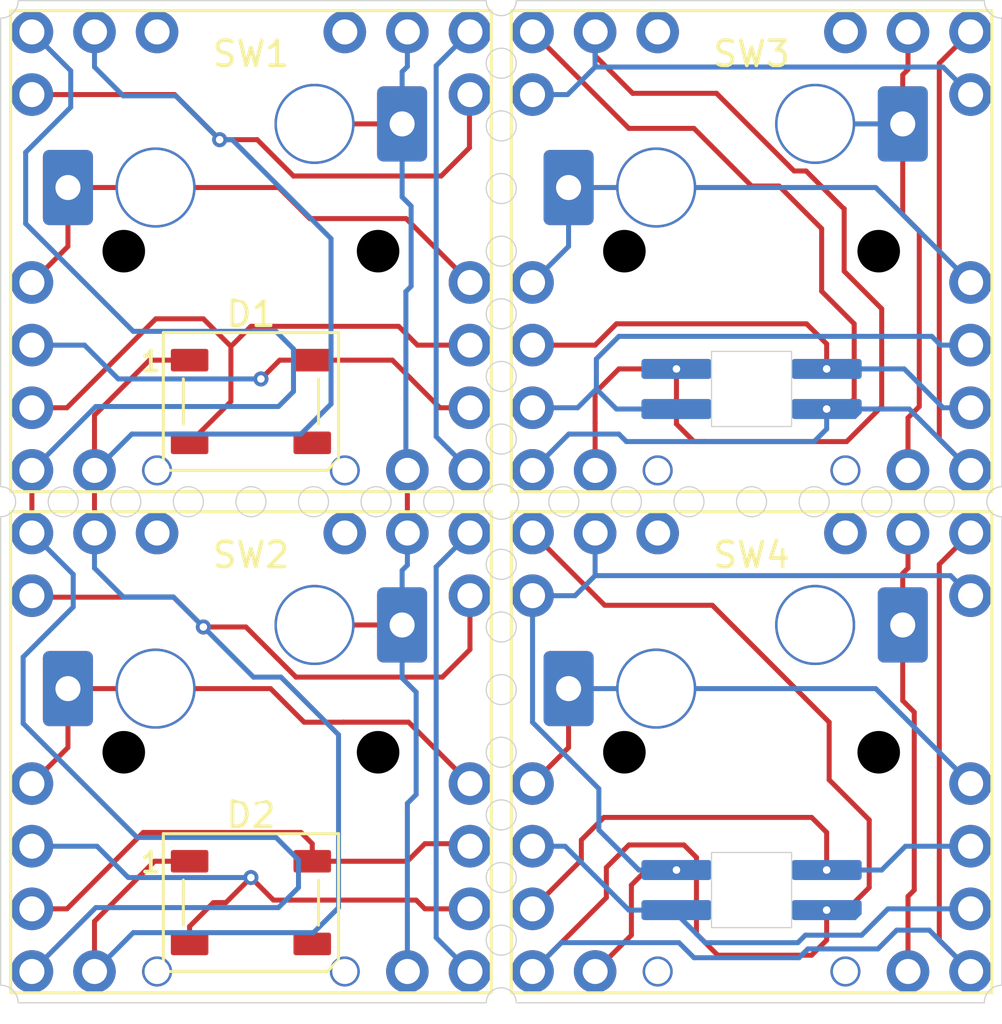
<source format=kicad_pcb>
(kicad_pcb (version 20241229) (generator "pcbnew") (generator_version "9.0")
  (layers (0 "F.Cu" signal) (2 "B.Cu" signal) (13 "F.Paste" user) (15 "B.Paste" user) (5 "F.SilkS" user "F.Silkscreen") (7 "B.SilkS" user "B.Silkscreen") (1 "F.Mask" user) (3 "B.Mask" user) (25 "Edge.Cuts" user))
  (net 0 "")
  (net 1 "Net-(D1-DIN)")
  (net 2 "VCC")
  (net 3 "GND")
  (net 4 "Net-(D1-DOUT)")
  (net 5 "Net-(D2-DOUT)")
  (net 6 "Net-(D2-DIN)")
  (net 7 "unconnected-(SW3-Pad4)")
  (net 8 "unconnected-(SW3-Pad3)")
  (net 9 "Net-(SW1-Pad1)")
  (net 10 "Net-(SW1-Pad2)")
  (net 11 "Net-(SW2-Pad1)")
  (net 12 "Net-(SW3-Pad2)")
  (net 13 "unconnected-(SW4-Pad3)")
  (net 14 "unconnected-(SW4-Pad4)")
  (footprint "mykbd:seat" (layer "F.Cu") (at 100 100)
    (property "Reference" "SW1" (at 0 -7.874 0) (layer "F.SilkS"))
    (property "Value" "mykbd")
    (fp_line (start -9.6 -9.6) (end 9.6 -9.6) (stroke (width 0.12)) (layer "F.SilkS"))
    (fp_line (start -9.6 9.6) (end -9.6 -9.6) (stroke (width 0.12)) (layer "F.SilkS"))
    (fp_line (start 9.6 -9.6) (end 9.6 9.6) (stroke (width 0.12)) (layer "F.SilkS"))
    (fp_line (start 9.6 9.6) (end -9.6 9.6) (stroke (width 0.12)) (layer "F.SilkS"))
    (pad "" np_thru_hole circle (at -5.08 0) (size 4 4) (drill 1.7) (layers))
    (pad "" np_thru_hole circle (at 0 0) (size 4 4) (drill 4) (layers "*.Cu" "*.Mask"))
    (pad "" np_thru_hole circle (at 5.08 0) (size 4 4) (drill 1.7) (layers))
    (pad "1" thru_hole circle (at -8.75 1.25) (size 1.7 1.7) (drill oval 1) (layers "*.Cu" "*.Mask") (net 9 "Net-(SW1-Pad1)"))
    (pad "1" thru_hole roundrect (at -7.31 -2.54) (size 2 3) (drill 1) (layers "*.Cu" "*.Mask") (roundrect_rratio 0.125) (net 9 "Net-(SW1-Pad1)"))
    (pad "1" thru_hole circle (at -3.81 -2.54) (size 3.2 3.2) (drill 3) (layers "*.Cu" "*.Mask") (net 9 "Net-(SW1-Pad1)"))
    (pad "1" thru_hole circle (at 8.75 1.25) (size 1.7 1.7) (drill oval 1) (layers "*.Cu" "*.Mask") (net 9 "Net-(SW1-Pad1)"))
    (pad "2" thru_hole circle (at 2.54 -5.08) (size 3.2 3.2) (drill 3) (layers "*.Cu" "*.Mask") (net 10 "Net-(SW1-Pad2)"))
    (pad "2" thru_hole roundrect (at 6.04 -5.08) (size 2 3) (drill 1) (layers "*.Cu" "*.Mask") (roundrect_rratio 0.125) (net 10 "Net-(SW1-Pad2)"))
    (pad "2" thru_hole circle (at 6.25 -8.75) (size 1.7 1.7) (drill oval 1) (layers "*.Cu" "*.Mask") (net 10 "Net-(SW1-Pad2)"))
    (pad "2" thru_hole circle (at 6.25 8.75) (size 1.7 1.7) (drill oval 1) (layers "*.Cu" "*.Mask") (net 10 "Net-(SW1-Pad2)"))
    (pad "3" thru_hole circle (at -8.75 3.75) (size 1.7 1.7) (drill oval 1) (layers "*.Cu" "*.Mask") (net 1 "Net-(D1-DIN)"))
    (pad "3" thru_hole circle (at 8.75 6.25) (size 1.7 1.7) (drill oval 1) (layers "*.Cu" "*.Mask") (net 1 "Net-(D1-DIN)"))
    (pad "4" thru_hole circle (at -8.75 6.25) (size 1.7 1.7) (drill oval 1) (layers "*.Cu" "*.Mask") (net 4 "Net-(D1-DOUT)"))
    (pad "4" thru_hole circle (at 8.75 3.75) (size 1.7 1.7) (drill oval 1) (layers "*.Cu" "*.Mask") (net 4 "Net-(D1-DOUT)"))
    (pad "5" thru_hole circle (at -8.75 -6.25) (size 1.7 1.7) (drill oval 1) (layers "*.Cu" "*.Mask") (net 2 "VCC"))
    (pad "5" thru_hole circle (at -6.25 -8.75) (size 1.7 1.7) (drill oval 1) (layers "*.Cu" "*.Mask") (net 2 "VCC"))
    (pad "5" thru_hole circle (at -6.25 8.75) (size 1.7 1.7) (drill oval 1) (layers "*.Cu" "*.Mask") (net 2 "VCC"))
    (pad "5" thru_hole circle (at 8.75 -6.25) (size 1.7 1.7) (drill oval 1) (layers "*.Cu" "*.Mask") (net 2 "VCC"))
    (pad "6" thru_hole circle (at -8.75 -8.75) (size 1.7 1.7) (drill oval 1) (layers "*.Cu" "*.Mask") (net 3 "GND"))
    (pad "6" thru_hole circle (at -8.75 8.75) (size 1.7 1.7) (drill oval 1) (layers "*.Cu" "*.Mask") (net 3 "GND"))
    (pad "6" thru_hole circle (at 8.75 -8.75) (size 1.7 1.7) (drill oval 1) (layers "*.Cu" "*.Mask") (net 3 "GND"))
    (pad "6" thru_hole circle (at 8.75 8.75) (size 1.7 1.7) (drill oval 1) (layers "*.Cu" "*.Mask") (net 3 "GND"))
    (pad "7" thru_hole circle (at -3.75 -8.75) (size 1.7 1.7) (drill oval 1) (layers "*.Cu" "*.Mask"))
    (pad "7" thru_hole circle (at -3.75 8.75) (size 1.2 1.2) (drill oval 1) (layers "*.Cu" "*.Mask"))
    (pad "8" thru_hole circle (at 3.75 -8.75) (size 1.7 1.7) (drill oval 1) (layers "*.Cu" "*.Mask"))
    (pad "8" thru_hole circle (at 3.75 8.75) (size 1.2 1.2) (drill oval 1) (layers "*.Cu" "*.Mask"))
  )
  (footprint "LED_SMD:LED_WS2812B_PLCC4_5.0x5.0mm_P3.2mm" (layer "F.Cu") (at 100 126)
    (property "Reference" "D2" (at 0 -3.5 0) (layer "F.SilkS"))
    (property "Value" "WS2812B")
    (fp_line (start -3.5 -2.75) (end -3.5 2.75) (stroke (width 0.12)) (layer "F.SilkS"))
    (fp_line (start -3.5 -2.75) (end 3.5 -2.75) (stroke (width 0.12)) (layer "F.SilkS"))
    (fp_line (start -3.5 2.75) (end 3.05 2.75) (stroke (width 0.12)) (layer "F.SilkS"))
    (fp_line (start -2.7 0.9) (end -2.7 -0.9) (stroke (width 0.12)) (layer "F.SilkS"))
    (fp_line (start 2.7 0.9) (end 2.7 -0.9) (stroke (width 0.12)) (layer "F.SilkS"))
    (fp_line (start 3.05 2.75) (end 3.5 2.3) (stroke (width 0.12)) (layer "F.SilkS"))
    (fp_line (start 3.5 2.3) (end 3.5 -2.75) (stroke (width 0.12)) (layer "F.SilkS"))
    (fp_text user "1" (at -4 -1.6 0) (layer "F.SilkS") (effects (font (size 0.8 0.8))))
    (pad "1" smd roundrect (at -2.45 -1.65) (size 1.5 0.9) (layers "F.Cu" "F.Mask" "F.Paste") (roundrect_rratio 0.1) (net 2 "VCC"))
    (pad "2" smd roundrect (at -2.45 1.65) (size 1.5 0.9) (layers "F.Cu" "F.Mask" "F.Paste") (roundrect_rratio 0.1) (net 5 "Net-(D2-DOUT)"))
    (pad "3" smd roundrect (at 2.45 1.65) (size 1.5 0.9) (layers "F.Cu" "F.Mask" "F.Paste") (roundrect_rratio 0.1) (net 3 "GND"))
    (pad "4" smd roundrect (at 2.45 -1.65) (size 1.5 0.9) (layers "F.Cu" "F.Mask" "F.Paste") (roundrect_rratio 0.1) (net 6 "Net-(D2-DIN)"))
  )
  (footprint "LED_SMD:LED_WS2812B_PLCC4_5.0x5.0mm_P3.2mm" (layer "F.Cu") (at 100 106)
    (property "Reference" "D1" (at 0 -3.5 0) (layer "F.SilkS"))
    (property "Value" "WS2812B")
    (fp_line (start -3.5 -2.75) (end -3.5 2.75) (stroke (width 0.12)) (layer "F.SilkS"))
    (fp_line (start -3.5 -2.75) (end 3.5 -2.75) (stroke (width 0.12)) (layer "F.SilkS"))
    (fp_line (start -3.5 2.75) (end 3.05 2.75) (stroke (width 0.12)) (layer "F.SilkS"))
    (fp_line (start -2.7 0.9) (end -2.7 -0.9) (stroke (width 0.12)) (layer "F.SilkS"))
    (fp_line (start 2.7 0.9) (end 2.7 -0.9) (stroke (width 0.12)) (layer "F.SilkS"))
    (fp_line (start 3.05 2.75) (end 3.5 2.3) (stroke (width 0.12)) (layer "F.SilkS"))
    (fp_line (start 3.5 2.3) (end 3.5 -2.75) (stroke (width 0.12)) (layer "F.SilkS"))
    (fp_text user "1" (at -4 -1.6 0) (layer "F.SilkS") (effects (font (size 0.8 0.8))))
    (pad "1" smd roundrect (at -2.45 -1.65) (size 1.5 0.9) (layers "F.Cu" "F.Mask" "F.Paste") (roundrect_rratio 0.1) (net 2 "VCC"))
    (pad "2" smd roundrect (at -2.45 1.65) (size 1.5 0.9) (layers "F.Cu" "F.Mask" "F.Paste") (roundrect_rratio 0.1) (net 4 "Net-(D1-DOUT)"))
    (pad "3" smd roundrect (at 2.45 1.65) (size 1.5 0.9) (layers "F.Cu" "F.Mask" "F.Paste") (roundrect_rratio 0.1) (net 3 "GND"))
    (pad "4" smd roundrect (at 2.45 -1.65) (size 1.5 0.9) (layers "F.Cu" "F.Mask" "F.Paste") (roundrect_rratio 0.1) (net 1 "Net-(D1-DIN)"))
  )
  (footprint "mykbd:seat" (layer "F.Cu") (at 120 100)
    (property "Reference" "SW3" (at 0 -7.874 0) (layer "F.SilkS"))
    (property "Value" "mykbd")
    (fp_line (start -9.6 -9.6) (end 9.6 -9.6) (stroke (width 0.12)) (layer "F.SilkS"))
    (fp_line (start -9.6 9.6) (end -9.6 -9.6) (stroke (width 0.12)) (layer "F.SilkS"))
    (fp_line (start 9.6 -9.6) (end 9.6 9.6) (stroke (width 0.12)) (layer "F.SilkS"))
    (fp_line (start 9.6 9.6) (end -9.6 9.6) (stroke (width 0.12)) (layer "F.SilkS"))
    (fp_rect (start -1.6 4) (end 1.6 7) (stroke (width 0.05)) (fill no) (layer "Edge.Cuts"))
    (pad "" np_thru_hole circle (at -5.08 0) (size 4 4) (drill 1.7) (layers))
    (pad "" np_thru_hole circle (at 0 0) (size 4 4) (drill 4) (layers "*.Cu" "*.Mask"))
    (pad "" np_thru_hole circle (at 5.08 0) (size 4 4) (drill 1.7) (layers))
    (pad "1" thru_hole circle (at -8.75 1.25) (size 1.7 1.7) (drill oval 1) (layers "*.Cu" "*.Mask") (net 9 "Net-(SW1-Pad1)"))
    (pad "1" thru_hole roundrect (at -7.31 -2.54) (size 2 3) (drill 1) (layers "*.Cu" "*.Mask") (roundrect_rratio 0.125) (net 9 "Net-(SW1-Pad1)"))
    (pad "1" thru_hole circle (at -3.81 -2.54) (size 3.2 3.2) (drill 3) (layers "*.Cu" "*.Mask") (net 9 "Net-(SW1-Pad1)"))
    (pad "1" thru_hole circle (at 8.75 1.25) (size 1.7 1.7) (drill oval 1) (layers "*.Cu" "*.Mask") (net 9 "Net-(SW1-Pad1)"))
    (pad "2" thru_hole circle (at 2.54 -5.08) (size 3.2 3.2) (drill 3) (layers "*.Cu" "*.Mask") (net 12 "Net-(SW3-Pad2)"))
    (pad "2" thru_hole roundrect (at 6.04 -5.08) (size 2 3) (drill 1) (layers "*.Cu" "*.Mask") (roundrect_rratio 0.125) (net 12 "Net-(SW3-Pad2)"))
    (pad "2" thru_hole circle (at 6.25 -8.75) (size 1.7 1.7) (drill oval 1) (layers "*.Cu" "*.Mask") (net 12 "Net-(SW3-Pad2)"))
    (pad "2" thru_hole circle (at 6.25 8.75) (size 1.7 1.7) (drill oval 1) (layers "*.Cu" "*.Mask") (net 12 "Net-(SW3-Pad2)"))
    (pad "3" thru_hole circle (at -8.75 3.75) (size 1.7 1.7) (drill oval 1) (layers "*.Cu" "*.Mask") (net 8 "unconnected-(SW3-Pad3)"))
    (pad "3" smd roundrect (at 3 4.7) (size 2.8 0.8) (layers "B.Cu" "B.Mask" "B.Paste") (roundrect_rratio 0.15) (net 8 "unconnected-(SW3-Pad3)"))
    (pad "3" thru_hole circle (at 8.75 6.25) (size 1.7 1.7) (drill oval 1) (layers "*.Cu" "*.Mask") (net 8 "unconnected-(SW3-Pad3)"))
    (pad "4" thru_hole circle (at -8.75 6.25) (size 1.7 1.7) (drill oval 1) (layers "*.Cu" "*.Mask") (net 7 "unconnected-(SW3-Pad4)"))
    (pad "4" smd roundrect (at -3 6.3) (size 2.8 0.8) (layers "B.Cu" "B.Mask" "B.Paste") (roundrect_rratio 0.15) (net 7 "unconnected-(SW3-Pad4)"))
    (pad "4" thru_hole circle (at 8.75 3.75) (size 1.7 1.7) (drill oval 1) (layers "*.Cu" "*.Mask") (net 7 "unconnected-(SW3-Pad4)"))
    (pad "5" thru_hole circle (at -8.75 -6.25) (size 1.7 1.7) (drill oval 1) (layers "*.Cu" "*.Mask") (net 2 "VCC"))
    (pad "5" thru_hole circle (at -6.25 -8.75) (size 1.7 1.7) (drill oval 1) (layers "*.Cu" "*.Mask") (net 2 "VCC"))
    (pad "5" thru_hole circle (at -6.25 8.75) (size 1.7 1.7) (drill oval 1) (layers "*.Cu" "*.Mask") (net 2 "VCC"))
    (pad "5" smd roundrect (at -3 4.7) (size 2.8 0.8) (layers "B.Cu" "B.Mask" "B.Paste") (roundrect_rratio 0.15) (net 2 "VCC"))
    (pad "5" thru_hole circle (at 8.75 -6.25) (size 1.7 1.7) (drill oval 1) (layers "*.Cu" "*.Mask") (net 2 "VCC"))
    (pad "6" thru_hole circle (at -8.75 -8.75) (size 1.7 1.7) (drill oval 1) (layers "*.Cu" "*.Mask") (net 3 "GND"))
    (pad "6" thru_hole circle (at -8.75 8.75) (size 1.7 1.7) (drill oval 1) (layers "*.Cu" "*.Mask") (net 3 "GND"))
    (pad "6" smd roundrect (at 3 6.3) (size 2.8 0.8) (layers "B.Cu" "B.Mask" "B.Paste") (roundrect_rratio 0.15) (chamfer_ratio 0.3) (chamfer bottom_right) (net 3 "GND"))
    (pad "6" thru_hole circle (at 8.75 -8.75) (size 1.7 1.7) (drill oval 1) (layers "*.Cu" "*.Mask") (net 3 "GND"))
    (pad "6" thru_hole circle (at 8.75 8.75) (size 1.7 1.7) (drill oval 1) (layers "*.Cu" "*.Mask") (net 3 "GND"))
    (pad "7" thru_hole circle (at -3.75 -8.75) (size 1.7 1.7) (drill oval 1) (layers "*.Cu" "*.Mask"))
    (pad "7" thru_hole circle (at -3.75 8.75) (size 1.2 1.2) (drill oval 1) (layers "*.Cu" "*.Mask"))
    (pad "8" thru_hole circle (at 3.75 -8.75) (size 1.7 1.7) (drill oval 1) (layers "*.Cu" "*.Mask"))
    (pad "8" thru_hole circle (at 3.75 8.75) (size 1.2 1.2) (drill oval 1) (layers "*.Cu" "*.Mask"))
  )
  (footprint "mykbd:seat" (layer "F.Cu") (at 100 120)
    (property "Reference" "SW2" (at 0 -7.874 0) (layer "F.SilkS"))
    (property "Value" "mykbd")
    (fp_line (start -9.6 -9.6) (end 9.6 -9.6) (stroke (width 0.12)) (layer "F.SilkS"))
    (fp_line (start -9.6 9.6) (end -9.6 -9.6) (stroke (width 0.12)) (layer "F.SilkS"))
    (fp_line (start 9.6 -9.6) (end 9.6 9.6) (stroke (width 0.12)) (layer "F.SilkS"))
    (fp_line (start 9.6 9.6) (end -9.6 9.6) (stroke (width 0.12)) (layer "F.SilkS"))
    (pad "" np_thru_hole circle (at -5.08 0) (size 4 4) (drill 1.7) (layers))
    (pad "" np_thru_hole circle (at 0 0) (size 4 4) (drill 4) (layers "*.Cu" "*.Mask"))
    (pad "" np_thru_hole circle (at 5.08 0) (size 4 4) (drill 1.7) (layers))
    (pad "1" thru_hole circle (at -8.75 1.25) (size 1.7 1.7) (drill oval 1) (layers "*.Cu" "*.Mask") (net 11 "Net-(SW2-Pad1)"))
    (pad "1" thru_hole roundrect (at -7.31 -2.54) (size 2 3) (drill 1) (layers "*.Cu" "*.Mask") (roundrect_rratio 0.125) (net 11 "Net-(SW2-Pad1)"))
    (pad "1" thru_hole circle (at -3.81 -2.54) (size 3.2 3.2) (drill 3) (layers "*.Cu" "*.Mask") (net 11 "Net-(SW2-Pad1)"))
    (pad "1" thru_hole circle (at 8.75 1.25) (size 1.7 1.7) (drill oval 1) (layers "*.Cu" "*.Mask") (net 11 "Net-(SW2-Pad1)"))
    (pad "2" thru_hole circle (at 2.54 -5.08) (size 3.2 3.2) (drill 3) (layers "*.Cu" "*.Mask") (net 10 "Net-(SW1-Pad2)"))
    (pad "2" thru_hole roundrect (at 6.04 -5.08) (size 2 3) (drill 1) (layers "*.Cu" "*.Mask") (roundrect_rratio 0.125) (net 10 "Net-(SW1-Pad2)"))
    (pad "2" thru_hole circle (at 6.25 -8.75) (size 1.7 1.7) (drill oval 1) (layers "*.Cu" "*.Mask") (net 10 "Net-(SW1-Pad2)"))
    (pad "2" thru_hole circle (at 6.25 8.75) (size 1.7 1.7) (drill oval 1) (layers "*.Cu" "*.Mask") (net 10 "Net-(SW1-Pad2)"))
    (pad "3" thru_hole circle (at -8.75 3.75) (size 1.7 1.7) (drill oval 1) (layers "*.Cu" "*.Mask") (net 5 "Net-(D2-DOUT)"))
    (pad "3" thru_hole circle (at 8.75 6.25) (size 1.7 1.7) (drill oval 1) (layers "*.Cu" "*.Mask") (net 5 "Net-(D2-DOUT)"))
    (pad "4" thru_hole circle (at -8.75 6.25) (size 1.7 1.7) (drill oval 1) (layers "*.Cu" "*.Mask") (net 6 "Net-(D2-DIN)"))
    (pad "4" thru_hole circle (at 8.75 3.75) (size 1.7 1.7) (drill oval 1) (layers "*.Cu" "*.Mask") (net 6 "Net-(D2-DIN)"))
    (pad "5" thru_hole circle (at -8.75 -6.25) (size 1.7 1.7) (drill oval 1) (layers "*.Cu" "*.Mask") (net 2 "VCC"))
    (pad "5" thru_hole circle (at -6.25 -8.75) (size 1.7 1.7) (drill oval 1) (layers "*.Cu" "*.Mask") (net 2 "VCC"))
    (pad "5" thru_hole circle (at -6.25 8.75) (size 1.7 1.7) (drill oval 1) (layers "*.Cu" "*.Mask") (net 2 "VCC"))
    (pad "5" thru_hole circle (at 8.75 -6.25) (size 1.7 1.7) (drill oval 1) (layers "*.Cu" "*.Mask") (net 2 "VCC"))
    (pad "6" thru_hole circle (at -8.75 -8.75) (size 1.7 1.7) (drill oval 1) (layers "*.Cu" "*.Mask") (net 3 "GND"))
    (pad "6" thru_hole circle (at -8.75 8.75) (size 1.7 1.7) (drill oval 1) (layers "*.Cu" "*.Mask") (net 3 "GND"))
    (pad "6" thru_hole circle (at 8.75 -8.75) (size 1.7 1.7) (drill oval 1) (layers "*.Cu" "*.Mask") (net 3 "GND"))
    (pad "6" thru_hole circle (at 8.75 8.75) (size 1.7 1.7) (drill oval 1) (layers "*.Cu" "*.Mask") (net 3 "GND"))
    (pad "7" thru_hole circle (at -3.75 -8.75) (size 1.7 1.7) (drill oval 1) (layers "*.Cu" "*.Mask"))
    (pad "7" thru_hole circle (at -3.75 8.75) (size 1.2 1.2) (drill oval 1) (layers "*.Cu" "*.Mask"))
    (pad "8" thru_hole circle (at 3.75 -8.75) (size 1.7 1.7) (drill oval 1) (layers "*.Cu" "*.Mask"))
    (pad "8" thru_hole circle (at 3.75 8.75) (size 1.2 1.2) (drill oval 1) (layers "*.Cu" "*.Mask"))
  )
  (footprint "mykbd:seat_b" (layer "F.Cu") (at 120 120)
    (property "Reference" "SW4" (at 0 -7.874 0) (layer "F.SilkS"))
    (property "Value" "mykbd")
    (fp_line (start -9.6 -9.6) (end 9.6 -9.6) (stroke (width 0.12)) (layer "F.SilkS"))
    (fp_line (start -9.6 9.6) (end -9.6 -9.6) (stroke (width 0.12)) (layer "F.SilkS"))
    (fp_line (start 9.6 -9.6) (end 9.6 9.6) (stroke (width 0.12)) (layer "F.SilkS"))
    (fp_line (start 9.6 9.6) (end -9.6 9.6) (stroke (width 0.12)) (layer "F.SilkS"))
    (fp_rect (start -1.6 4) (end 1.6 7) (stroke (width 0.05)) (fill no) (layer "Edge.Cuts"))
    (pad "" np_thru_hole circle (at -5.08 0) (size 4 4) (drill 1.7) (layers))
    (pad "" np_thru_hole circle (at 0 0) (size 4 4) (drill 4) (layers "*.Cu" "*.Mask"))
    (pad "" np_thru_hole circle (at 5.08 0) (size 4 4) (drill 1.7) (layers))
    (pad "1" thru_hole circle (at -8.75 1.25) (size 1.7 1.7) (drill oval 1) (layers "*.Cu" "*.Mask") (net 11 "Net-(SW2-Pad1)"))
    (pad "1" thru_hole roundrect (at -7.31 -2.54) (size 2 3) (drill 1) (layers "*.Cu" "*.Mask") (roundrect_rratio 0.125) (net 11 "Net-(SW2-Pad1)"))
    (pad "1" thru_hole circle (at -3.81 -2.54) (size 3.2 3.2) (drill 3) (layers "*.Cu" "*.Mask") (net 11 "Net-(SW2-Pad1)"))
    (pad "1" thru_hole circle (at 8.75 1.25) (size 1.7 1.7) (drill oval 1) (layers "*.Cu" "*.Mask") (net 11 "Net-(SW2-Pad1)"))
    (pad "2" thru_hole circle (at 2.54 -5.08) (size 3.2 3.2) (drill 3) (layers "*.Cu" "*.Mask") (net 12 "Net-(SW3-Pad2)"))
    (pad "2" thru_hole roundrect (at 6.04 -5.08) (size 2 3) (drill 1) (layers "*.Cu" "*.Mask") (roundrect_rratio 0.125) (net 12 "Net-(SW3-Pad2)"))
    (pad "2" thru_hole circle (at 6.25 -8.75) (size 1.7 1.7) (drill oval 1) (layers "*.Cu" "*.Mask") (net 12 "Net-(SW3-Pad2)"))
    (pad "2" thru_hole circle (at 6.25 8.75) (size 1.7 1.7) (drill oval 1) (layers "*.Cu" "*.Mask") (net 12 "Net-(SW3-Pad2)"))
    (pad "3" thru_hole circle (at -8.75 3.75) (size 1.7 1.7) (drill oval 1) (layers "*.Cu" "*.Mask") (net 13 "unconnected-(SW4-Pad3)"))
    (pad "3" smd roundrect (at -3 6.3) (size 2.8 0.8) (layers "B.Cu" "B.Mask" "B.Paste") (roundrect_rratio 0.15) (net 13 "unconnected-(SW4-Pad3)"))
    (pad "3" thru_hole circle (at 8.75 6.25) (size 1.7 1.7) (drill oval 1) (layers "*.Cu" "*.Mask") (net 13 "unconnected-(SW4-Pad3)"))
    (pad "4" thru_hole circle (at -8.75 6.25) (size 1.7 1.7) (drill oval 1) (layers "*.Cu" "*.Mask") (net 14 "unconnected-(SW4-Pad4)"))
    (pad "4" smd roundrect (at 3 4.7) (size 2.8 0.8) (layers "B.Cu" "B.Mask" "B.Paste") (roundrect_rratio 0.15) (net 14 "unconnected-(SW4-Pad4)"))
    (pad "4" thru_hole circle (at 8.75 3.75) (size 1.7 1.7) (drill oval 1) (layers "*.Cu" "*.Mask") (net 14 "unconnected-(SW4-Pad4)"))
    (pad "5" thru_hole circle (at -8.75 -6.25) (size 1.7 1.7) (drill oval 1) (layers "*.Cu" "*.Mask") (net 2 "VCC"))
    (pad "5" thru_hole circle (at -6.25 -8.75) (size 1.7 1.7) (drill oval 1) (layers "*.Cu" "*.Mask") (net 2 "VCC"))
    (pad "5" thru_hole circle (at -6.25 8.75) (size 1.7 1.7) (drill oval 1) (layers "*.Cu" "*.Mask") (net 2 "VCC"))
    (pad "5" smd roundrect (at -3 4.7) (size 2.8 0.8) (layers "B.Cu" "B.Mask" "B.Paste") (roundrect_rratio 0.15) (net 2 "VCC"))
    (pad "5" thru_hole circle (at 8.75 -6.25) (size 1.7 1.7) (drill oval 1) (layers "*.Cu" "*.Mask") (net 2 "VCC"))
    (pad "6" thru_hole circle (at -8.75 -8.75) (size 1.7 1.7) (drill oval 1) (layers "*.Cu" "*.Mask") (net 3 "GND"))
    (pad "6" thru_hole circle (at -8.75 8.75) (size 1.7 1.7) (drill oval 1) (layers "*.Cu" "*.Mask") (net 3 "GND"))
    (pad "6" smd roundrect (at 3 6.3) (size 2.8 0.8) (layers "B.Cu" "B.Mask" "B.Paste") (roundrect_rratio 0.15) (chamfer_ratio 0.3) (chamfer bottom_right) (net 3 "GND"))
    (pad "6" thru_hole circle (at 8.75 -8.75) (size 1.7 1.7) (drill oval 1) (layers "*.Cu" "*.Mask") (net 3 "GND"))
    (pad "6" thru_hole circle (at 8.75 8.75) (size 1.7 1.7) (drill oval 1) (layers "*.Cu" "*.Mask") (net 3 "GND"))
    (pad "7" thru_hole circle (at -3.75 -8.75) (size 1.7 1.7) (drill oval 1) (layers "*.Cu" "*.Mask"))
    (pad "7" thru_hole circle (at -3.75 8.75) (size 1.2 1.2) (drill oval 1) (layers "*.Cu" "*.Mask"))
    (pad "8" thru_hole circle (at 3.75 -8.75) (size 1.7 1.7) (drill oval 1) (layers "*.Cu" "*.Mask"))
    (pad "8" thru_hole circle (at 3.75 8.75) (size 1.2 1.2) (drill oval 1) (layers "*.Cu" "*.Mask"))
  )
  (gr_line (start 129.3 130) (end 110.6 130) (stroke (width 0.05)) (layer "Edge.Cuts"))
  (gr_line (start 130 110.6) (end 130 129.3) (stroke (width 0.05)) (layer "Edge.Cuts"))
  (gr_circle (center 110 127.5) (end 110 126.9) (stroke (width 0.05)) (fill no) (layer "Edge.Cuts"))
  (gr_arc (start 110.6 90) (mid 110 90.6) (end 109.4 90) (stroke (width 0.05)) (layer "Edge.Cuts"))
  (gr_circle (center 110 125) (end 110 124.4) (stroke (width 0.05)) (fill no) (layer "Edge.Cuts"))
  (gr_circle (center 110 112.5) (end 110 111.9) (stroke (width 0.05)) (fill no) (layer "Edge.Cuts"))
  (gr_line (start 109.4 130) (end 90.7 130) (stroke (width 0.05)) (layer "Edge.Cuts"))
  (gr_circle (center 97.5 110) (end 98.1 110) (stroke (width 0.05)) (fill no) (layer "Edge.Cuts"))
  (gr_circle (center 110 100) (end 110 100.6) (stroke (width 0.05)) (fill no) (layer "Edge.Cuts"))
  (gr_circle (center 117.5 110) (end 118.1 110) (stroke (width 0.05)) (fill no) (layer "Edge.Cuts"))
  (gr_circle (center 110 120) (end 110 119.4) (stroke (width 0.05)) (fill no) (layer "Edge.Cuts"))
  (gr_line (start 111.5 90) (end 129.3 90) (stroke (width 0.05)) (layer "Edge.Cuts"))
  (gr_circle (center 127.5 110) (end 128.1 110) (stroke (width 0.05)) (fill no) (layer "Edge.Cuts"))
  (gr_line (start 110.6 90) (end 111.5 90) (stroke (width 0.05)) (layer "Edge.Cuts"))
  (gr_circle (center 110 97.5) (end 110 98.1) (stroke (width 0.05)) (fill no) (layer "Edge.Cuts"))
  (gr_circle (center 102.5 110) (end 103.1 110) (stroke (width 0.05)) (fill no) (layer "Edge.Cuts"))
  (gr_circle (center 110 105) (end 110 105.6) (stroke (width 0.05)) (fill no) (layer "Edge.Cuts"))
  (gr_arc (start 109.4 130) (mid 110 129.4) (end 110.6 130) (stroke (width 0.05)) (layer "Edge.Cuts"))
  (gr_circle (center 122.5 110) (end 123.1 110) (stroke (width 0.05)) (fill no) (layer "Edge.Cuts"))
  (gr_circle (center 110 95) (end 110 95.6) (stroke (width 0.05)) (fill no) (layer "Edge.Cuts"))
  (gr_arc (start 90.7 90) (mid 90.494975 90.494975) (end 90 90.7) (stroke (width 0.05)) (layer "Edge.Cuts"))
  (gr_arc (start 129.3 130) (mid 129.505025 129.505025) (end 130 129.3) (stroke (width 0.05)) (layer "Edge.Cuts"))
  (gr_line (start 130 90.7) (end 130 109.4) (stroke (width 0.05)) (layer "Edge.Cuts"))
  (gr_circle (center 110 107.5) (end 110 108.1) (stroke (width 0.05)) (fill no) (layer "Edge.Cuts"))
  (gr_circle (center 120 110) (end 120.6 110) (stroke (width 0.05)) (fill no) (layer "Edge.Cuts"))
  (gr_circle (center 112.5 110) (end 113.1 110) (stroke (width 0.05)) (fill no) (layer "Edge.Cuts"))
  (gr_circle (center 105 110) (end 105.6 110) (stroke (width 0.05)) (fill no) (layer "Edge.Cuts"))
  (gr_arc (start 130 110.6) (mid 129.4 110) (end 130 109.4) (stroke (width 0.05)) (layer "Edge.Cuts"))
  (gr_circle (center 107.5 110) (end 108.1 110) (stroke (width 0.05)) (fill no) (layer "Edge.Cuts"))
  (gr_line (start 90 110.6) (end 90 129.3) (stroke (width 0.05)) (layer "Edge.Cuts"))
  (gr_line (start 108.5 90) (end 109.4 90) (stroke (width 0.05)) (layer "Edge.Cuts"))
  (gr_circle (center 110 117.5) (end 110 116.9) (stroke (width 0.05)) (fill no) (layer "Edge.Cuts"))
  (gr_line (start 90 109.4) (end 90 90.7) (stroke (width 0.05)) (layer "Edge.Cuts"))
  (gr_line (start 90.7 90) (end 108.5 90) (stroke (width 0.05)) (layer "Edge.Cuts"))
  (gr_circle (center 115 110) (end 115.6 110) (stroke (width 0.05)) (fill no) (layer "Edge.Cuts"))
  (gr_circle (center 125 110) (end 125.6 110) (stroke (width 0.05)) (fill no) (layer "Edge.Cuts"))
  (gr_circle (center 92.5 110) (end 93.1 110) (stroke (width 0.05)) (fill no) (layer "Edge.Cuts"))
  (gr_arc (start 90 109.4) (mid 90.6 110) (end 90 110.6) (stroke (width 0.05)) (layer "Edge.Cuts"))
  (gr_circle (center 100 110) (end 100.6 110) (stroke (width 0.05)) (fill no) (layer "Edge.Cuts"))
  (gr_circle (center 110 92.5) (end 110 93.1) (stroke (width 0.05)) (fill no) (layer "Edge.Cuts"))
  (gr_arc (start 90 129.3) (mid 90.494975 129.505025) (end 90.7 130) (stroke (width 0.05)) (layer "Edge.Cuts"))
  (gr_arc (start 130 90.7) (mid 129.505025 90.494975) (end 129.3 90) (stroke (width 0.05)) (layer "Edge.Cuts"))
  (gr_circle (center 110 115) (end 110 114.4) (stroke (width 0.05)) (fill no) (layer "Edge.Cuts"))
  (gr_circle (center 110 110) (end 110.7 110) (stroke (width 0.05)) (fill no) (layer "Edge.Cuts"))
  (gr_circle (center 110 122.5) (end 110 121.9) (stroke (width 0.05)) (fill no) (layer "Edge.Cuts"))
  (gr_circle (center 95 110) (end 95.6 110) (stroke (width 0.05)) (fill no) (layer "Edge.Cuts"))
  (gr_circle (center 110 102.5) (end 110 103.1) (stroke (width 0.05)) (fill no) (layer "Edge.Cuts"))
  (segment (start 101.15 104.35) (end 102.45 104.35) (width 0.2) (layer "F.Cu") (net 1))
  (segment (start 105.65 104.35) (end 107.55 106.25) (width 0.2) (layer "F.Cu") (net 1))
  (segment (start 107.55 106.25) (end 108.75 106.25) (width 0.2) (layer "F.Cu") (net 1))
  (segment (start 102.45 104.35) (end 105.65 104.35) (width 0.2) (layer "F.Cu") (net 1))
  (segment (start 100.4 105.1) (end 101.15 104.35) (width 0.2) (layer "F.Cu") (net 1))
  (via (at 100.4 105.1) (size 0.6) (drill 0.3) (layers "F.Cu" "B.Cu") (net 1))
  (segment (start 93.35 103.75) (end 94.7 105.1) (width 0.2) (layer "B.Cu") (net 1))
  (segment (start 94.7 105.1) (end 100.4 105.1) (width 0.2) (layer "B.Cu") (net 1))
  (segment (start 91.25 103.75) (end 93.35 103.75) (width 0.2) (layer "B.Cu") (net 1))
  (segment (start 117.7 107.6) (end 123.8 107.6) (width 0.2) (layer "F.Cu") (net 2))
  (segment (start 122.179 96.8) (end 121.7 96.8) (width 0.2) (layer "F.Cu") (net 2))
  (segment (start 93.75 128.75) (end 93.75 126.75) (width 0.2) (layer "F.Cu") (net 2))
  (segment (start 98.75 95.55) (end 100.25 95.55) (width 0.2) (layer "F.Cu") (net 2))
  (segment (start 107.65 117) (end 108.75 115.9) (width 0.2) (layer "F.Cu") (net 2))
  (segment (start 117 124.7) (end 115.8 124.7) (width 0.2) (layer "F.Cu") (net 2))
  (segment (start 93.75 126.75) (end 96.15 124.35) (width 0.2) (layer "F.Cu") (net 2))
  (segment (start 101.7 97) (end 107.6 97) (width 0.2) (layer "F.Cu") (net 2))
  (segment (start 115.2 125.3) (end 115.2 127.3) (width 0.2) (layer "F.Cu") (net 2))
  (segment (start 113.75 105.65) (end 113.75 106.85) (width 0.2) (layer "F.Cu") (net 2))
  (segment (start 108.75 115.9) (end 108.75 113.75) (width 0.2) (layer "F.Cu") (net 2))
  (segment (start 117 104.7) (end 114.7 104.7) (width 0.2) (layer "F.Cu") (net 2))
  (segment (start 97.55 104.35) (end 95.95 104.35) (width 0.2) (layer "F.Cu") (net 2))
  (segment (start 100.25 95.55) (end 101.7 97) (width 0.2) (layer "F.Cu") (net 2))
  (segment (start 115.8 124.7) (end 115.2 125.3) (width 0.2) (layer "F.Cu") (net 2))
  (segment (start 125.2 102.3) (end 123.7 100.8) (width 0.2) (layer "F.Cu") (net 2))
  (segment (start 107.6 97) (end 108.73 95.87) (width 0.2) (layer "F.Cu") (net 2))
  (segment (start 118.6 93.7) (end 115.25 93.7) (width 0.2) (layer "F.Cu") (net 2))
  (segment (start 96.91 113.81) (end 98.1 115) (width 0.2) (layer "F.Cu") (net 2))
  (segment (start 113.75 92.2) (end 113.75 91.25) (width 0.2) (layer "F.Cu") (net 2))
  (segment (start 125.2 106.2) (end 125.2 102.3) (width 0.2) (layer "F.Cu") (net 2))
  (segment (start 96.95 93.75) (end 91.25 93.75) (width 0.2) (layer "F.Cu") (net 2))
  (segment (start 91.27 113.81) (end 96.91 113.81) (width 0.2) (layer "F.Cu") (net 2))
  (segment (start 123.7 100.8) (end 123.7 98.3) (width 0.2) (layer "F.Cu") (net 2))
  (segment (start 123.7 98.3) (end 123.679 98.3) (width 0.2) (layer "F.Cu") (net 2))
  (segment (start 98.75 95.55) (end 96.95 93.75) (width 0.2) (layer "F.Cu") (net 2))
  (segment (start 123.679 98.3) (end 122.179 96.8) (width 0.2) (layer "F.Cu") (net 2))
  (segment (start 114.7 104.7) (end 113.75 105.65) (width 0.2) (layer "F.Cu") (net 2))
  (segment (start 121.7 96.8) (end 118.6 93.7) (width 0.2) (layer "F.Cu") (net 2))
  (segment (start 96.15 124.35) (end 97.55 124.35) (width 0.2) (layer "F.Cu") (net 2))
  (segment (start 93.75 106.55) (end 93.75 111.25) (width 0.2) (layer "F.Cu") (net 2))
  (segment (start 123.8 107.6) (end 125.2 106.2) (width 0.2) (layer "F.Cu") (net 2))
  (segment (start 117 104.7) (end 117 106.9) (width 0.2) (layer "F.Cu") (net 2))
  (segment (start 98.1 115) (end 99.8 115) (width 0.2) (layer "F.Cu") (net 2))
  (segment (start 95.95 104.35) (end 93.75 106.55) (width 0.2) (layer "F.Cu") (net 2))
  (segment (start 101.8 117) (end 107.65 117) (width 0.2) (layer "F.Cu") (net 2))
  (segment (start 115.2 127.3) (end 113.75 128.75) (width 0.2) (layer "F.Cu") (net 2))
  (segment (start 108.73 93.77) (end 108.75 93.75) (width 0.2) (layer "F.Cu") (net 2))
  (segment (start 115.25 93.7) (end 113.75 92.2) (width 0.2) (layer "F.Cu") (net 2))
  (segment (start 113.75 108.75) (end 113.75 106.85) (width 0.2) (layer "F.Cu") (net 2))
  (segment (start 108.73 95.87) (end 108.73 93.77) (width 0.2) (layer "F.Cu") (net 2))
  (segment (start 117 106.9) (end 117.7 107.6) (width 0.2) (layer "F.Cu") (net 2))
  (segment (start 99.8 115) (end 101.8 117) (width 0.2) (layer "F.Cu") (net 2))
  (via (at 117 124.7) (size 0.6) (drill 0.3) (layers "F.Cu" "B.Cu") (net 2))
  (via (at 98.1 115) (size 0.6) (drill 0.3) (layers "F.Cu" "B.Cu") (net 2))
  (via (at 117 104.7) (size 0.6) (drill 0.3) (layers "F.Cu" "B.Cu") (net 2))
  (via (at 98.75 95.55) (size 0.6) (drill 0.3) (layers "F.Cu" "B.Cu") (net 2))
  (segment (start 93.75 112.65) (end 93.75 111.25) (width 0.2) (layer "B.Cu") (net 2))
  (segment (start 113.75 112.95) (end 127.95 112.95) (width 0.2) (layer "B.Cu") (net 2))
  (segment (start 103.5 119.3) (end 101.2 117) (width 0.2) (layer "B.Cu") (net 2))
  (segment (start 127.95 112.95) (end 128.75 113.75) (width 0.2) (layer "B.Cu") (net 2))
  (segment (start 127.65 92.65) (end 128.75 93.75) (width 0.2) (layer "B.Cu") (net 2))
  (segment (start 111.25 118.80616) (end 111.25 113.75) (width 0.2) (layer "B.Cu") (net 2))
  (segment (start 98.75 95.55) (end 97 93.8) (width 0.2) (layer "B.Cu") (net 2))
  (segment (start 95.3 127.2) (end 102.5 127.2) (width 0.2) (layer "B.Cu") (net 2))
  (segment (start 97 93.8) (end 94.9 93.8) (width 0.2) (layer "B.Cu") (net 2))
  (segment (start 102.5 127.2) (end 103.5 126.2) (width 0.2) (layer "B.Cu") (net 2))
  (segment (start 103.2 106.1) (end 102 107.3) (width 0.2) (layer "B.Cu") (net 2))
  (segment (start 115.5 124.7) (end 113.9 123.1) (width 0.2) (layer "B.Cu") (net 2))
  (segment (start 101.2 117) (end 100.1 117) (width 0.2) (layer "B.Cu") (net 2))
  (segment (start 111.25 93.75) (end 112.65 93.75) (width 0.2) (layer "B.Cu") (net 2))
  (segment (start 113.75 92.65) (end 127.65 92.65) (width 0.2) (layer "B.Cu") (net 2))
  (segment (start 94.9 93.8) (end 93.75 92.65) (width 0.2) (layer "B.Cu") (net 2))
  (segment (start 113.75 91.25) (end 113.75 92.3) (width 0.2) (layer "B.Cu") (net 2))
  (segment (start 113.75 111.25) (end 113.75 112.95) (width 0.2) (layer "B.Cu") (net 2))
  (segment (start 113.75 112.95) (end 112.95 113.75) (width 0.2) (layer "B.Cu") (net 2))
  (segment (start 94.9 113.8) (end 93.75 112.65) (width 0.2) (layer "B.Cu") (net 2))
  (segment (start 117 124.7) (end 115.5 124.7) (width 0.2) (layer "B.Cu") (net 2))
  (segment (start 102 107.3) (end 95.24 107.3) (width 0.2) (layer "B.Cu") (net 2))
  (segment (start 112.95 113.75) (end 111.25 113.75) (width 0.2) (layer "B.Cu") (net 2))
  (segment (start 95.24 107.3) (end 93.81 108.73) (width 0.2) (layer "B.Cu") (net 2))
  (segment (start 112.65 93.75) (end 113.75 92.65) (width 0.2) (layer "B.Cu") (net 2))
  (segment (start 103.2 99.5) (end 103.2 106.1) (width 0.2) (layer "B.Cu") (net 2))
  (segment (start 93.75 128.75) (end 95.3 127.2) (width 0.2) (layer "B.Cu") (net 2))
  (segment (start 103.5 126.2) (end 103.5 119.3) (width 0.2) (layer "B.Cu") (net 2))
  (segment (start 98.75 95.55) (end 99.25 95.55) (width 0.2) (layer "B.Cu") (net 2))
  (segment (start 96.9 113.8) (end 94.9 113.8) (width 0.2) (layer "B.Cu") (net 2))
  (segment (start 100.1 117) (end 96.9 113.8) (width 0.2) (layer "B.Cu") (net 2))
  (segment (start 99.25 95.55) (end 103.2 99.5) (width 0.2) (layer "B.Cu") (net 2))
  (segment (start 113.75 92.65) (end 113.75 91.25) (width 0.2) (layer "B.Cu") (net 2))
  (segment (start 93.75 92.65) (end 93.75 91.25) (width 0.2) (layer "B.Cu") (net 2))
  (segment (start 113.9 123.1) (end 113.9 121.45616) (width 0.2) (layer "B.Cu") (net 2))
  (segment (start 113.9 121.45616) (end 111.25 118.80616) (width 0.2) (layer "B.Cu") (net 2))
  (segment (start 115.1 123.7) (end 117.3 123.7) (width 0.2) (layer "F.Cu") (net 3))
  (segment (start 123.1 118.8) (end 118.43258 114.13258) (width 0.2) (layer "F.Cu") (net 3))
  (segment (start 118.43258 114.13258) (end 114.13258 114.13258) (width 0.2) (layer "F.Cu") (net 3))
  (segment (start 120 97.4) (end 121.1 97.4) (width 0.2) (layer "F.Cu") (net 3))
  (segment (start 111.25 128.75) (end 114.2 125.8) (width 0.2) (layer "F.Cu") (net 3))
  (segment (start 124.7 122.7) (end 123.1 121.1) (width 0.2) (layer "F.Cu") (net 3))
  (segment (start 124.1 102.9) (end 124.1 105.9) (width 0.2) (layer "F.Cu") (net 3))
  (segment (start 122.4 128.1) (end 123 127.5) (width 0.2) (layer "F.Cu") (net 3))
  (segment (start 123 127.5) (end 123 126.3) (width 0.2) (layer "F.Cu") (net 3))
  (segment (start 117.799 124.199) (end 117.799 127.248942) (width 0.2) (layer "F.Cu") (net 3))
  (segment (start 123.7 106.3) (end 123 106.3) (width 0.2) (layer "F.Cu") (net 3))
  (segment (start 123.8 126.3) (end 124.7 125.4) (width 0.2) (layer "F.Cu") (net 3))
  (segment (start 117.7 95.1) (end 120 97.4) (width 0.2) (layer "F.Cu") (net 3))
  (segment (start 123 126.3) (end 123.8 126.3) (width 0.2) (layer "F.Cu") (net 3))
  (segment (start 91.25 108.75) (end 91.25 111.25) (width 0.2) (layer "F.Cu") (net 3))
  (segment (start 127.5 92.5) (end 127.5 107.5) (width 0.2) (layer "F.Cu") (net 3))
  (segment (start 111.25 91.25) (end 115.1 95.1) (width 0.2) (layer "F.Cu") (net 3))
  (segment (start 127.5 112.5) (end 127.5 127.5) (width 0.2) (layer "F.Cu") (net 3))
  (segment (start 127.5 107.5) (end 128.75 108.75) (width 0.2) (layer "F.Cu") (net 3))
  (segment (start 117.799 127.248942) (end 118.650058 128.1) (width 0.2) (layer "F.Cu") (net 3))
  (segment (start 114.2 125.8) (end 114.2 124.6) (width 0.2) (layer "F.Cu") (net 3))
  (segment (start 124.1 105.9) (end 123.7 106.3) (width 0.2) (layer "F.Cu") (net 3))
  (segment (start 121.1 97.4) (end 122.8 99.1) (width 0.2) (layer "F.Cu") (net 3))
  (segment (start 122.8 101.6) (end 124.1 102.9) (width 0.2) (layer "F.Cu") (net 3))
  (segment (start 114.13258 114.13258) (end 111.25 111.25) (width 0.2) (layer "F.Cu") (net 3))
  (segment (start 127.5 127.5) (end 128.73 128.73) (width 0.2) (layer "F.Cu") (net 3))
  (segment (start 128.75 91.25) (end 127.5 92.5) (width 0.2) (layer "F.Cu") (net 3))
  (segment (start 128.73 111.27) (end 127.5 112.5) (width 0.2) (layer "F.Cu") (net 3))
  (segment (start 114.2 124.6) (end 115.1 123.7) (width 0.2) (layer "F.Cu") (net 3))
  (segment (start 115.1 95.1) (end 117.7 95.1) (width 0.2) (layer "F.Cu") (net 3))
  (segment (start 117.3 123.7) (end 117.799 124.199) (width 0.2) (layer "F.Cu") (net 3))
  (segment (start 123.1 121.1) (end 123.1 118.8) (width 0.2) (layer "F.Cu") (net 3))
  (segment (start 124.7 125.4) (end 124.7 122.7) (width 0.2) (layer "F.Cu") (net 3))
  (segment (start 122.8 99.1) (end 122.8 101.6) (width 0.2) (layer "F.Cu") (net 3))
  (segment (start 118.650058 128.1) (end 122.4 128.1) (width 0.2) (layer "F.Cu") (net 3))
  (via (at 123 126.3) (size 0.6) (drill 0.3) (layers "F.Cu" "B.Cu") (net 3))
  (via (at 123 106.3) (size 0.6) (drill 0.3) (layers "F.Cu" "B.Cu") (net 3))
  (segment (start 111.25 128.75) (end 112.401 127.599) (width 0.2) (layer "B.Cu") (net 3))
  (segment (start 101.7 105.6) (end 101.7 103.9) (width 0.2) (layer "B.Cu") (net 3))
  (segment (start 93.8 126.2) (end 101.1 126.2) (width 0.2) (layer "B.Cu") (net 3))
  (segment (start 101.1 126.2) (end 101.9 125.4) (width 0.2) (layer "B.Cu") (net 3))
  (segment (start 107.4 92.6) (end 108.75 91.25) (width 0.2) (layer "B.Cu") (net 3))
  (segment (start 108.73 108.73) (end 107.4 107.4) (width 0.2) (layer "B.Cu") (net 3))
  (segment (start 101.9 125.4) (end 101.9 124.3) (width 0.2) (layer "B.Cu") (net 3))
  (segment (start 101.1 106.2) (end 101.7 105.6) (width 0.2) (layer "B.Cu") (net 3))
  (segment (start 92.8 92.8) (end 91.27 91.27) (width 0.2) (layer "B.Cu") (net 3))
  (segment (start 125.051 127.849) (end 125.8 127.1) (width 0.2) (layer "B.Cu") (net 3))
  (segment (start 101 123.4) (end 95.45 123.4) (width 0.2) (layer "B.Cu") (net 3))
  (segment (start 122.499 107.601) (end 123 107.1) (width 0.2) (layer "B.Cu") (net 3))
  (segment (start 125.8 127.1) (end 127.1 127.1) (width 0.2) (layer "B.Cu") (net 3))
  (segment (start 91.27 108.73) (end 93.8 106.2) (width 0.2) (layer "B.Cu") (net 3))
  (segment (start 93.8 106.2) (end 101.1 106.2) (width 0.2) (layer "B.Cu") (net 3))
  (segment (start 91.27 128.73) (end 93.8 126.2) (width 0.2) (layer "B.Cu") (net 3))
  (segment (start 92.9 112.9) (end 91.27 111.27) (width 0.2) (layer "B.Cu") (net 3))
  (segment (start 114.701 107.3) (end 115 107.599) (width 0.2) (layer "B.Cu") (net 3))
  (segment (start 118.149058 107.599) (end 118.151058 107.601) (width 0.2) (layer "B.Cu") (net 3))
  (segment (start 107.4 107.4) (end 107.4 92.6) (width 0.2) (layer "B.Cu") (net 3))
  (segment (start 91 96.05507) (end 92.8 94.25507) (width 0.2) (layer "B.Cu") (net 3))
  (segment (start 95.45 123.4) (end 90.9 118.85) (width 0.2) (layer "B.Cu") (net 3))
  (segment (start 115 107.599) (end 118.149058 107.599) (width 0.2) (layer "B.Cu") (net 3))
  (segment (start 118.151058 107.601) (end 122.499 107.601) (width 0.2) (layer "B.Cu") (net 3))
  (segment (start 127.1 127.1) (end 128.75 128.75) (width 0.2) (layer "B.Cu") (net 3))
  (segment (start 126.3 106.3) (end 123 106.3) (width 0.2) (layer "B.Cu") (net 3))
  (segment (start 122.251 127.849) (end 125.051 127.849) (width 0.2) (layer "B.Cu") (net 3))
  (segment (start 101 103.2) (end 95.3 103.2) (width 0.2) (layer "B.Cu") (net 3))
  (segment (start 92.9 114.2) (end 92.9 112.9) (width 0.2) (layer "B.Cu") (net 3))
  (segment (start 112.7 107.3) (end 114.701 107.3) (width 0.2) (layer "B.Cu") (net 3))
  (segment (start 90.9 118.85) (end 90.9 116.2) (width 0.2) (layer "B.Cu") (net 3))
  (segment (start 101.9 124.3) (end 101 123.4) (width 0.2) (layer "B.Cu") (net 3))
  (segment (start 101.7 103.9) (end 101 103.2) (width 0.2) (layer "B.Cu") (net 3))
  (segment (start 108.73 111.27) (end 107.4 112.6) (width 0.2) (layer "B.Cu") (net 3))
  (segment (start 117.099 127.599) (end 117.7 128.2) (width 0.2) (layer "B.Cu") (net 3))
  (segment (start 107.4 127.4) (end 108.73 128.73) (width 0.2) (layer "B.Cu") (net 3))
  (segment (start 91 98.9) (end 91 96.05507) (width 0.2) (layer "B.Cu") (net 3))
  (segment (start 90.9 116.2) (end 92.9 114.2) (width 0.2) (layer "B.Cu") (net 3))
  (segment (start 121.9 128.2) (end 122.251 127.849) (width 0.2) (layer "B.Cu") (net 3))
  (segment (start 107.4 112.6) (end 107.4 127.4) (width 0.2) (layer "B.Cu") (net 3))
  (segment (start 123 107.1) (end 123 106.3) (width 0.2) (layer "B.Cu") (net 3))
  (segment (start 128.75 108.75) (end 126.3 106.3) (width 0.2) (layer "B.Cu") (net 3))
  (segment (start 117.7 128.2) (end 121.9 128.2) (width 0.2) (layer "B.Cu") (net 3))
  (segment (start 112.401 127.599) (end 117.099 127.599) (width 0.2) (layer "B.Cu") (net 3))
  (segment (start 92.8 94.25507) (end 92.8 92.8) (width 0.2) (layer "B.Cu") (net 3))
  (segment (start 95.3 103.2) (end 91 98.9) (width 0.2) (layer "B.Cu") (net 3))
  (segment (start 111.25 108.75) (end 112.7 107.3) (width 0.2) (layer "B.Cu") (net 3))
  (segment (start 106.651 103.75) (end 108.75 103.75) (width 0.2) (layer "F.Cu") (net 4))
  (segment (start 97.55 107.65) (end 99.2 106) (width 0.2) (layer "F.Cu") (net 4))
  (segment (start 100 103) (end 105.901 103) (width 0.2) (layer "F.Cu") (net 4))
  (segment (start 108.75 103.75) (end 108.75 103.67) (width 0.2) (layer "F.Cu") (net 4))
  (segment (start 99.2 106) (end 99.2 103.8) (width 0.2) (layer "F.Cu") (net 4))
  (segment (start 108.75 103.67) (end 108.73 103.65) (width 0.2) (layer "F.Cu") (net 4))
  (segment (start 99.2 103.8) (end 100 103) (width 0.2) (layer "F.Cu") (net 4))
  (segment (start 105.901 103) (end 106.651 103.75) (width 0.2) (layer "F.Cu") (net 4))
  (segment (start 99.2 103.8) (end 98.1 102.7) (width 0.2) (layer "F.Cu") (net 4))
  (segment (start 98.1 102.7) (end 96.2 102.7) (width 0.2) (layer "F.Cu") (net 4))
  (segment (start 92.65 106.25) (end 91.25 106.25) (width 0.2) (layer "F.Cu") (net 4))
  (segment (start 96.2 102.7) (end 92.65 106.25) (width 0.2) (layer "F.Cu") (net 4))
  (segment (start 98.5 126) (end 97.55 126.95) (width 0.2) (layer "F.Cu") (net 5))
  (segment (start 106.6 125.9) (end 106.95 126.25) (width 0.2) (layer "F.Cu") (net 5))
  (segment (start 99 126) (end 98.5 126) (width 0.2) (layer "F.Cu") (net 5))
  (segment (start 106.95 126.25) (end 108.75 126.25) (width 0.2) (layer "F.Cu") (net 5))
  (segment (start 97.55 126.95) (end 97.55 127.65) (width 0.2) (layer "F.Cu") (net 5))
  (segment (start 100 125) (end 99 126) (width 0.2) (layer "F.Cu") (net 5))
  (segment (start 100 125) (end 100.9 125.9) (width 0.2) (layer "F.Cu") (net 5))
  (segment (start 100.9 125.9) (end 106.6 125.9) (width 0.2) (layer "F.Cu") (net 5))
  (via (at 100 125) (size 0.6) (drill 0.3) (layers "F.Cu" "B.Cu") (net 5))
  (segment (start 95.1 125) (end 93.85 123.75) (width 0.2) (layer "B.Cu") (net 5))
  (segment (start 100 125) (end 95.1 125) (width 0.2) (layer "B.Cu") (net 5))
  (segment (start 93.85 123.75) (end 91.25 123.75) (width 0.2) (layer "B.Cu") (net 5))
  (segment (start 108.73 123.65) (end 106.95 123.65) (width 0.2) (layer "F.Cu") (net 6))
  (segment (start 91.25 126.25) (end 92.65 126.25) (width 0.2) (layer "F.Cu") (net 6))
  (segment (start 102.45 123.65) (end 102.45 124.35) (width 0.2) (layer "F.Cu") (net 6))
  (segment (start 106.95 123.65) (end 106.25 124.35) (width 0.2) (layer "F.Cu") (net 6))
  (segment (start 92.65 126.25) (end 95.7 123.2) (width 0.2) (layer "F.Cu") (net 6))
  (segment (start 95.7 123.2) (end 102 123.2) (width 0.2) (layer "F.Cu") (net 6))
  (segment (start 102 123.2) (end 102.45 123.65) (width 0.2) (layer "F.Cu") (net 6))
  (segment (start 106.25 124.35) (end 102.45 124.35) (width 0.2) (layer "F.Cu") (net 6))
  (segment (start 127.2 103.4) (end 114.7 103.4) (width 0.2) (layer "B.Cu") (net 7))
  (segment (start 128.75 103.75) (end 127.55 103.75) (width 0.2) (layer "B.Cu") (net 7))
  (segment (start 114.7 103.4) (end 113.8 104.3) (width 0.2) (layer "B.Cu") (net 7))
  (segment (start 113.05 106.25) (end 111.25 106.25) (width 0.2) (layer "B.Cu") (net 7))
  (segment (start 127.55 103.75) (end 127.2 103.4) (width 0.2) (layer "B.Cu") (net 7))
  (segment (start 113.8 105.5) (end 113.05 106.25) (width 0.2) (layer "B.Cu") (net 7))
  (segment (start 113.8 105.5) (end 114.6 106.3) (width 0.2) (layer "B.Cu") (net 7))
  (segment (start 114.6 106.3) (end 117 106.3) (width 0.2) (layer "B.Cu") (net 7))
  (segment (start 113.8 104.3) (end 113.8 105.5) (width 0.2) (layer "B.Cu") (net 7))
  (segment (start 111.25 103.75) (end 113.75 103.75) (width 0.2) (layer "F.Cu") (net 8))
  (segment (start 114.6 102.9) (end 122.2 102.9) (width 0.2) (layer "F.Cu") (net 8))
  (segment (start 113.75 103.75) (end 114.6 102.9) (width 0.2) (layer "F.Cu") (net 8))
  (segment (start 122.2 102.9) (end 123 103.7) (width 0.2) (layer "F.Cu") (net 8))
  (segment (start 123 103.7) (end 123 104.7) (width 0.2) (layer "F.Cu") (net 8))
  (via (at 123 104.7) (size 0.6) (drill 0.3) (layers "F.Cu" "B.Cu") (net 8))
  (segment (start 126.1 104.7) (end 127.65 106.25) (width 0.2) (layer "B.Cu") (net 8))
  (segment (start 127.65 106.25) (end 128.75 106.25) (width 0.2) (layer "B.Cu") (net 8))
  (segment (start 123 104.7) (end 126.1 104.7) (width 0.2) (layer "B.Cu") (net 8))
  (segment (start 102.351401 98.7) (end 106.2 98.7) (width 0.2) (layer "F.Cu") (net 9))
  (segment (start 101.111401 97.46) (end 102.351401 98.7) (width 0.2) (layer "F.Cu") (net 9))
  (segment (start 92.69 99.81) (end 92.69 97.46) (width 0.2) (layer "F.Cu") (net 9))
  (segment (start 96.19 97.46) (end 101.111401 97.46) (width 0.2) (layer "F.Cu") (net 9))
  (segment (start 92.69 97.46) (end 96.19 97.46) (width 0.2) (layer "F.Cu") (net 9))
  (segment (start 106.2 98.7) (end 108.75 101.25) (width 0.2) (layer "F.Cu") (net 9))
  (segment (start 91.25 101.25) (end 92.69 99.81) (width 0.2) (layer "F.Cu") (net 9))
  (segment (start 111.25 101.25) (end 112.69 99.81) (width 0.2) (layer "B.Cu") (net 9))
  (segment (start 116.19 97.46) (end 124.96 97.46) (width 0.2) (layer "B.Cu") (net 9))
  (segment (start 112.69 97.46) (end 116.19 97.46) (width 0.2) (layer "B.Cu") (net 9))
  (segment (start 112.69 99.81) (end 112.69 97.46) (width 0.2) (layer "B.Cu") (net 9))
  (segment (start 124.96 97.46) (end 128.75 101.25) (width 0.2) (layer "B.Cu") (net 9))
  (segment (start 102.54 94.92) (end 106.04 94.92) (width 0.2) (layer "F.Cu") (net 10))
  (segment (start 106.25 108.75) (end 106.25 111.21) (width 0.2) (layer "F.Cu") (net 10))
  (segment (start 102.54 114.92) (end 106.54 114.92) (width 0.2) (layer "F.Cu") (net 10))
  (segment (start 106.04 114.92) (end 106.19 115.07) (width 0.2) (layer "B.Cu") (net 10))
  (segment (start 106.19 101.61) (end 106.19 108.73) (width 0.2) (layer "B.Cu") (net 10))
  (segment (start 106.25 112.53) (end 106.04 112.74) (width 0.2) (layer "B.Cu") (net 10))
  (segment (start 106.04 92.84) (end 106.25 92.63) (width 0.2) (layer "B.Cu") (net 10))
  (segment (start 106.25 122.04) (end 106.25 128.75) (width 0.2) (layer "B.Cu") (net 10))
  (segment (start 106.04 94.92) (end 106.04 92.84) (width 0.2) (layer "B.Cu") (net 10))
  (segment (start 106.6 121.69) (end 106.25 122.04) (width 0.2) (layer "B.Cu") (net 10))
  (segment (start 106.25 92.63) (end 106.25 91.25) (width 0.2) (layer "B.Cu") (net 10))
  (segment (start 106.04 112.74) (end 106.04 114.92) (width 0.2) (layer "B.Cu") (net 10))
  (segment (start 106.4 101.4) (end 106.19 101.61) (width 0.2) (layer "B.Cu") (net 10))
  (segment (start 106.4 98.2) (end 106.4 101.4) (width 0.2) (layer "B.Cu") (net 10))
  (segment (start 106.04 117.04) (end 106.6 117.6) (width 0.2) (layer "B.Cu") (net 10))
  (segment (start 106.04 97.84) (end 106.4 98.2) (width 0.2) (layer "B.Cu") (net 10))
  (segment (start 106.25 111.25) (end 106.25 112.53) (width 0.2) (layer "B.Cu") (net 10))
  (segment (start 106.6 117.6) (end 106.6 121.69) (width 0.2) (layer "B.Cu") (net 10))
  (segment (start 106.04 114.92) (end 106.04 117.04) (width 0.2) (layer "B.Cu") (net 10))
  (segment (start 106.04 94.92) (end 106.04 97.84) (width 0.2) (layer "B.Cu") (net 10))
  (segment (start 106.299 118.799) (end 108.75 121.25) (width 0.2) (layer "F.Cu") (net 11))
  (segment (start 111.25 121.25) (end 112.69 119.81) (width 0.2) (layer "F.Cu") (net 11))
  (segment (start 103.7 118.8) (end 103.701 118.799) (width 0.2) (layer "F.Cu") (net 11))
  (segment (start 96.19 117.46) (end 100.784816 117.46) (width 0.2) (layer "F.Cu") (net 11))
  (segment (start 92.69 119.81) (end 92.69 117.46) (width 0.2) (layer "F.Cu") (net 11))
  (segment (start 92.19 117.46) (end 96.19 117.46) (width 0.2) (layer "F.Cu") (net 11))
  (segment (start 103.701 118.799) (end 106.299 118.799) (width 0.2) (layer "F.Cu") (net 11))
  (segment (start 100.784816 117.46) (end 102.124816 118.8) (width 0.2) (layer "F.Cu") (net 11))
  (segment (start 102.124816 118.8) (end 103.7 118.8) (width 0.2) (layer "F.Cu") (net 11))
  (segment (start 112.69 119.81) (end 112.69 117.46) (width 0.2) (layer "F.Cu") (net 11))
  (segment (start 91.25 121.25) (end 92.69 119.81) (width 0.2) (layer "F.Cu") (net 11))
  (segment (start 116.19 117.46) (end 124.96 117.46) (width 0.2) (layer "B.Cu") (net 11))
  (segment (start 124.96 117.46) (end 128.75 121.25) (width 0.2) (layer "B.Cu") (net 11))
  (segment (start 112.69 117.46) (end 116.19 117.46) (width 0.2) (layer "B.Cu") (net 11))
  (segment (start 126.04 112.86) (end 126.04 114.92) (width 0.2) (layer "F.Cu") (net 12))
  (segment (start 126.25 112.65) (end 126.04 112.86) (width 0.2) (layer "F.Cu") (net 12))
  (segment (start 126.04 92.96) (end 126.04 94.92) (width 0.2) (layer "F.Cu") (net 12))
  (segment (start 126.25 125.75) (end 126.25 128.75) (width 0.2) (layer "F.Cu") (net 12))
  (segment (start 126.04 98.54) (end 126.04 94.92) (width 0.2) (layer "F.Cu") (net 12))
  (segment (start 126.5 125.5) (end 126.25 125.75) (width 0.2) (layer "F.Cu") (net 12))
  (segment (start 126.7 99.2) (end 126.04 98.54) (width 0.2) (layer "F.Cu") (net 12))
  (segment (start 126.5 118.4) (end 126.5 125.5) (width 0.2) (layer "F.Cu") (net 12))
  (segment (start 126.04 117.94) (end 126.5 118.4) (width 0.2) (layer "F.Cu") (net 12))
  (segment (start 126.25 108.75) (end 126.25 106.65) (width 0.2) (layer "F.Cu") (net 12))
  (segment (start 126.25 106.65) (end 126.7 106.2) (width 0.2) (layer "F.Cu") (net 12))
  (segment (start 126.25 111.25) (end 126.25 112.65) (width 0.2) (layer "F.Cu") (net 12))
  (segment (start 126.04 114.92) (end 126.04 117.94) (width 0.2) (layer "F.Cu") (net 12))
  (segment (start 126.25 92.75) (end 126.04 92.96) (width 0.2) (layer "F.Cu") (net 12))
  (segment (start 126.25 91.25) (end 126.25 92.75) (width 0.2) (layer "F.Cu") (net 12))
  (segment (start 126.7 106.2) (end 126.7 99.2) (width 0.2) (layer "F.Cu") (net 12))
  (segment (start 122.54 94.92) (end 126.04 94.92) (width 0.2) (layer "B.Cu") (net 12))
  (segment (start 111.25 123.75) (end 112.55 123.75) (width 0.2) (layer "B.Cu") (net 13))
  (segment (start 122.149942 127.3) (end 124.4 127.3) (width 0.2) (layer "B.Cu") (net 13))
  (segment (start 117 126.449942) (end 118.151058 127.601) (width 0.2) (layer "B.Cu") (net 13))
  (segment (start 112.55 123.75) (end 115.1 126.3) (width 0.2) (layer "B.Cu") (net 13))
  (segment (start 118.151058 127.601) (end 121.848942 127.601) (width 0.2) (layer "B.Cu") (net 13))
  (segment (start 121.848942 127.601) (end 122.149942 127.3) (width 0.2) (layer "B.Cu") (net 13))
  (segment (start 115.1 126.3) (end 117 126.3) (width 0.2) (layer "B.Cu") (net 13))
  (segment (start 124.4 127.3) (end 125.45 126.25) (width 0.2) (layer "B.Cu") (net 13))
  (segment (start 117 126.3) (end 117 126.449942) (width 0.2) (layer "B.Cu") (net 13))
  (segment (start 125.45 126.25) (end 128.75 126.25) (width 0.2) (layer "B.Cu") (net 13))
  (segment (start 111.25 126.25) (end 113.2 124.3) (width 0.2) (layer "F.Cu") (net 14))
  (segment (start 114.1 122.6) (end 122.4 122.6) (width 0.2) (layer "F.Cu") (net 14))
  (segment (start 113.2 123.5) (end 114.1 122.6) (width 0.2) (layer "F.Cu") (net 14))
  (segment (start 123 123.2) (end 123 124.7) (width 0.2) (layer "F.Cu") (net 14))
  (segment (start 113.2 124.3) (end 113.2 123.5) (width 0.2) (layer "F.Cu") (net 14))
  (segment (start 122.4 122.6) (end 123 123.2) (width 0.2) (layer "F.Cu") (net 14))
  (via (at 123 124.7) (size 0.6) (drill 0.3) (layers "F.Cu" "B.Cu") (net 14))
  (segment (start 125.2 124.7) (end 126.15 123.75) (width 0.2) (layer "B.Cu") (net 14))
  (segment (start 123 124.7) (end 125.2 124.7) (width 0.2) (layer "B.Cu") (net 14))
  (segment (start 126.15 123.75) (end 128.75 123.75) (width 0.2) (layer "B.Cu") (net 14))
)
</source>
